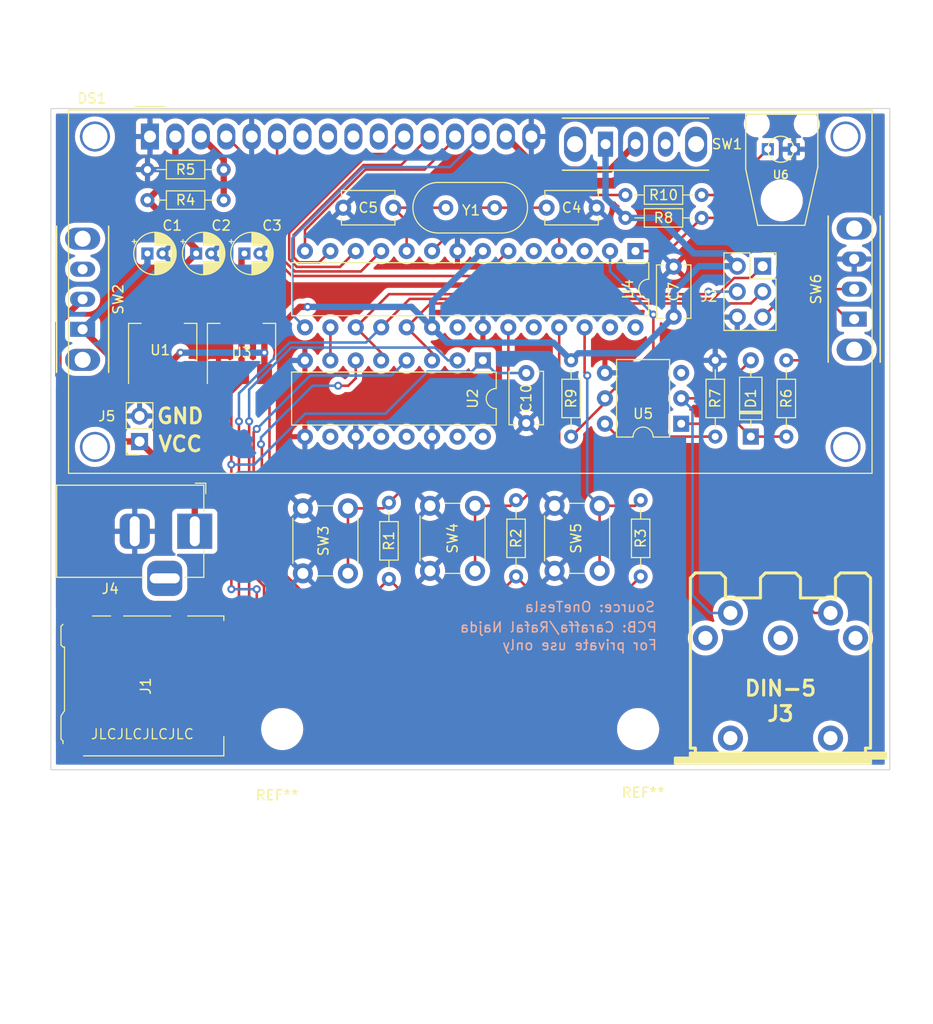
<source format=kicad_pcb>
(kicad_pcb (version 20211014) (generator pcbnew)
  (layers (0 "F.Cu" signal) (31 "B.Cu" signal) (34 "B.Paste" user) (35 "F.Paste" user) (36 "B.SilkS" user "B.Silkscreen") (37 "F.SilkS" user "F.Silkscreen") (38 "B.Mask" user) (39 "F.Mask" user) (44 "Edge.Cuts" user))
  (net 0 "")
  (net 1 "VCC")
  (net 2 "GND")
  (net 3 "Net-(C1-Pad1)")
  (net 4 "+5V")
  (net 5 "+3.3V")
  (net 6 "/X1")
  (net 7 "/X2")
  (net 8 "Net-(D1-Pad1)")
  (net 9 "Net-(D1-Pad2)")
  (net 10 "Net-(DS1-Pad3)")
  (net 11 "/RS")
  (net 12 "/E")
  (net 17 "/DB4")
  (net 18 "/DB5")
  (net 19 "/DB6")
  (net 20 "/DB7")
  (net 21 "/BL")
  (net 23 "Net-(J1-Pad2)")
  (net 24 "Net-(J1-Pad3)")
  (net 25 "Net-(J1-Pad5)")
  (net 26 "/DO")
  (net 29 "/CD")
  (net 30 "/CLK")
  (net 31 "/DI")
  (net 32 "/RESET")
  (net 34 "Net-(J3-Pad4)")
  (net 37 "/UP")
  (net 38 "/DN")
  (net 39 "/OK")
  (net 40 "Net-(R7-Pad1)")
  (net 41 "/RX")
  (net 43 "/CS")
  (net 55 "/OPT")
  (net 56 "Net-(R10-Pad1)")
  (net 57 "Net-(SW6-Pad2)")
  (footprint "Resistor_THT:R_Axial_DIN0204_L3.6mm_D1.6mm_P7.62mm_Horizontal" (layer "F.Cu") (at 95.0744 50.292 -90)
    (fp_text reference "R6")
    (fp_text value "220R")
  )
  (footprint "Package_DIP:DIP-16_W7.62mm" (layer "F.Cu") (at 64.755 50.302 -90)
    (fp_text reference "U2")
    (fp_text value "4050")
  )
  (footprint "w_conn_av:din-5" (layer "F.Cu") (at 94.488 81.026)
    (fp_text reference "J3")
    (fp_text value "DIN-5")
  )
  (footprint "Button_Switch_THT:SW_PUSH_6mm_H7.3mm" (layer "F.Cu") (at 46.772 71.576 90)
    (fp_text reference "SW3")
    (fp_text value "UP_SW")
  )
  (footprint "Resistor_THT:R_Axial_DIN0204_L3.6mm_D1.6mm_P7.62mm_Horizontal" (layer "F.Cu") (at 80.518 71.882 90)
    (fp_text reference "R3")
    (fp_text value "1k")
  )
  (footprint "IFE91A:OPTO-TRANSMITTER" (layer "F.Cu") (at 94.517625 29.21)
    (fp_text reference "U6")
    (fp_text value "IFE91A")
  )
  (footprint "MountingHole:MountingHole_3.2mm_M3_DIN965" (layer "F.Cu") (at 44.704 87.122)
    (fp_text reference "REF**")
    (fp_text value "MountingHole_3.2mm_M3_DIN965")
  )
  (footprint "Package_TO_SOT_SMD:SOT-223-3_TabPin2" (layer "F.Cu") (at 40.64 48.514 90)
    (fp_text reference "U3")
    (fp_text value "AMS1117-3.3")
  )
  (footprint "Connector_PinSocket_2.54mm:PinSocket_1x02_P2.54mm_Vertical" (layer "F.Cu") (at 30.455 58.4 180)
    (fp_text reference "J5")
    (fp_text value "VCC")
  )
  (footprint "Diode_THT:D_DO-35_SOD27_P7.62mm_Horizontal" (layer "F.Cu") (at 91.5236 57.912 90)
    (fp_text reference "D1")
    (fp_text value "1N4148")
  )
  (footprint "Resistor_THT:R_Axial_DIN0204_L3.6mm_D1.6mm_P7.62mm_Horizontal" (layer "F.Cu") (at 78.994 33.782)
    (fp_text reference "R10")
    (fp_text value "100R")
  )
  (footprint "Capacitor_THT:C_Disc_D5.1mm_W3.2mm_P5.00mm" (layer "F.Cu") (at 71.12 35.052)
    (fp_text reference "C4")
    (fp_text value "18pF")
  )
  (footprint "Capacitor_THT:C_Disc_D5.1mm_W3.2mm_P5.00mm" (layer "F.Cu") (at 69.088 51.562 -90)
    (fp_text reference "C10")
    (fp_text value "100nF")
  )
  (footprint "Resistor_THT:R_Axial_DIN0204_L3.6mm_D1.6mm_P7.62mm_Horizontal" (layer "F.Cu") (at 78.994 36.068)
    (fp_text reference "R8")
    (fp_text value "10k")
  )
  (footprint "Connector_BarrelJack:BarrelJack_Horizontal" (layer "F.Cu") (at 35.972 67.3685)
    (fp_text reference "J4")
    (fp_text value "Jack-DC")
  )
  (footprint "Resistor_THT:R_Axial_DIN0204_L3.6mm_D1.6mm_P7.62mm_Horizontal" (layer "F.Cu") (at 55.372 72.136 90)
    (fp_text reference "R1")
    (fp_text value "1k")
  )
  (footprint "Connector_PinSocket_2.54mm:PinSocket_2x03_P2.54mm_Vertical" (layer "F.Cu") (at 92.71 40.894)
    (fp_text reference "J2")
    (fp_text value "AVR-ISP-6")
  )
  (footprint "Switch:Switch 12x6mm" (layer "F.Cu") (at 80.01 28.702)
    (fp_text reference "SW1")
    (fp_text value "BL_SW")
  )
  (footprint "Crystal:Crystal_HC49-4H_Vertical" (layer "F.Cu") (at 61.05 35.052)
    (fp_text reference "Y1")
    (fp_text value "Crystal")
  )
  (footprint "Resistor_THT:R_Axial_DIN0204_L3.6mm_D1.6mm_P7.62mm_Horizontal" (layer "F.Cu") (at 68.072 71.882 90)
    (fp_text reference "R2")
    (fp_text value "1k")
  )
  (footprint "Package_DIP:DIP-28_W7.62mm" (layer "F.Cu") (at 80 39.38 -90)
    (fp_text reference "U4")
    (fp_text value "ATmega168-20P")
  )
  (footprint "Capacitor_THT:CP_Radial_D4.0mm_P1.50mm" (layer "F.Cu") (at 36.107401 39.624)
    (fp_text reference "C2")
    (fp_text value "47uF")
  )
  (footprint "Capacitor_THT:C_Disc_D5.1mm_W3.2mm_P5.00mm" (layer "F.Cu") (at 83.82 45.934 90)
    (fp_text reference "C7")
    (fp_text value "100nF")
  )
  (footprint "Resistor_THT:R_Axial_DIN0204_L3.6mm_D1.6mm_P7.62mm_Horizontal" (layer "F.Cu") (at 38.862 34.29 180)
    (fp_text reference "R4")
    (fp_text value "10k")
  )
  (footprint "MountingHole:MountingHole_3.2mm_M3_DIN965" (layer "F.Cu") (at 80.264 87.122)
    (fp_text reference "REF**")
    (fp_text value "MountingHole_3.2mm_M3_DIN965")
  )
  (footprint "Resistor_THT:R_Axial_DIN0204_L3.6mm_D1.6mm_P7.62mm_Horizontal" (layer "F.Cu") (at 87.9728 57.912 90)
    (fp_text reference "R7")
    (fp_text value "100k")
  )
  (footprint "Switch:Switch 12x6mm" (layer "F.Cu") (at 101.854 43.18 90)
    (fp_text reference "SW6")
    (fp_text value "BL_SW")
  )
  (footprint "Button_Switch_THT:SW_PUSH_6mm_H7.3mm" (layer "F.Cu") (at 59.472 71.322 90)
    (fp_text reference "SW4")
    (fp_text value "DN_SW")
  )
  (footprint "Connector_Card:microSD_HC_Hirose_DM3AT-SF-PEJM5" (layer "F.Cu") (at 30.988 82.804 -90)
    (fp_text reference "J1")
    (fp_text value "Micro_SD_Card_Det")
  )
  (footprint "Button_Switch_THT:SW_PUSH_6mm_H7.3mm" (layer "F.Cu") (at 71.918 71.322 90)
    (fp_text reference "SW5")
    (fp_text value "OK_SW")
  )
  (footprint "Resistor_THT:R_Axial_DIN0204_L3.6mm_D1.6mm_P7.62mm_Horizontal" (layer "F.Cu") (at 38.862 31.242 180)
    (fp_text reference "R5")
    (fp_text value "1k")
  )
  (footprint "Display:WC1602A" (layer "F.Cu") (at 31.496 27.94)
    (fp_text reference "DS1")
    (fp_text value "WC1602A")
  )
  (footprint "Resistor_THT:R_Axial_DIN0204_L3.6mm_D1.6mm_P7.62mm_Horizontal" (layer "F.Cu") (at 73.5712 57.912 90)
    (fp_text reference "R9")
    (fp_text value "3.3k")
  )
  (footprint "Capacitor_THT:C_Disc_D5.1mm_W3.2mm_P5.00mm" (layer "F.Cu") (at 55.8 35.052 180)
    (fp_text reference "C5")
    (fp_text value "18pF")
  )
  (footprint "Switch:Switch 12x6mm" (layer "F.Cu") (at 24.765 44.196 90)
    (fp_text reference "SW2")
    (fp_text value "MAIN_SW")
  )
  (footprint "Package_TO_SOT_SMD:SOT-223-3_TabPin2" (layer "F.Cu") (at 32.766 48.514 90)
    (fp_text reference "U1")
    (fp_text value "AZ1117-5.0")
  )
  (footprint "Capacitor_THT:CP_Radial_D4.0mm_P1.50mm" (layer "F.Cu") (at 40.933401 39.624)
    (fp_text reference "C3")
    (fp_text value "47uF")
  )
  (footprint "Capacitor_THT:CP_Radial_D4.0mm_P1.50mm" (layer "F.Cu") (at 31.242 39.624)
    (fp_text reference "C1")
    (fp_text value "47uF")
  )
  (footprint "Package_DIP:DIP-6_W7.62mm" (layer "F.Cu") (at 84.572 56.627 180)
    (fp_text reference "U5")
    (fp_text value "4N25")
  )
  (gr_rect (start 21.59 25.146) (end 105.41 91.186) (layer "Edge.Cuts") (width 0.1) (fill none))
  (gr_text "For private use only" (at 74.422 78.74) (layer "B.SilkS") (effects (font (size 1 1)) (justify mirror)))
  (gr_text "PCB: Caraffa/Rafal Najda" (at 72.302952 76.962) (layer "B.SilkS") (effects (font (size 1 1)) (justify mirror)))
  (gr_text "Source: OneTesla" (at 75.438 74.93) (layer "B.SilkS") (effects (font (size 1 1)) (justify mirror)))
  (gr_text "GND" (at 34.519 55.86) (layer "F.SilkS") (effects (font (size 1.5 1.5) (thickness 0.3))))
  (gr_text "VCC" (at 34.519 58.654) (layer "F.SilkS") (effects (font (size 1.5 1.5) (thickness 0.3))))
  (gr_text "JLCJLCJLCJLC" (at 30.734 87.63) (layer "F.SilkS") (effects (font (size 1 1) (thickness 0.125))))
  (segment (start 30.455 58.4) (end 28.97 58.4) (width 0.635) (layer "F.Cu") (net 1))
  (segment (start 28.97 58.4) (end 22.352 51.782) (width 0.635) (layer "F.Cu") (net 1))
  (segment (start 35.972 67.3685) (end 35.972 63.917) (width 0.635) (layer "F.Cu") (net 1))
  (segment (start 22.352 46.609) (end 24.765 44.196) (width 0.635) (layer "F.Cu") (net 1))
  (segment (start 22.352 51.782) (end 22.352 46.609) (width 0.635) (layer "F.Cu") (net 1))
  (segment (start 35.972 63.917) (end 30.455 58.4) (width 0.635) (layer "F.Cu") (net 1))
  (segment (start 35.066 52.149) (end 33.621 53.594) (width 0.635) (layer "F.Cu") (net 3))
  (segment (start 35.066 51.664) (end 35.066 52.149) (width 0.635) (layer "F.Cu") (net 3))
  (segment (start 29.718 53.594) (end 28.194 52.07) (width 0.635) (layer "F.Cu") (net 3))
  (segment (start 33.621 53.594) (end 29.718 53.594) (width 0.635) (layer "F.Cu") (net 3))
  (segment (start 28.194 50.625) (end 24.765 47.196) (width 0.635) (layer "F.Cu") (net 3))
  (segment (start 28.194 52.07) (end 28.194 50.625) (width 0.635) (layer "F.Cu") (net 3))
  (segment (start 24.765 47.196) (end 31.242 40.719) (width 0.635) (layer "B.Cu") (net 3))
  (segment (start 31.242 40.719) (end 31.242 39.624) (width 0.635) (layer "B.Cu") (net 3))
  (segment (start 66.548 73.406) (end 68.072 71.882) (width 0.254) (layer "F.Cu") (net 4))
  (segment (start 80.518 71.882) (end 78.994 73.406) (width 0.254) (layer "F.Cu") (net 4))
  (segment (start 56.642 73.406) (end 66.548 73.406) (width 0.254) (layer "F.Cu") (net 4))
  (segment (start 34.036 31.496) (end 34.036 27.94) (width 0.635) (layer "F.Cu") (net 4))
  (segment (start 54.102 73.406) (end 55.372 72.136) (width 0.254) (layer "F.Cu") (net 4))
  (segment (start 32.766 45.364) (end 32.766 42.965401) (width 0.635) (layer "F.Cu") (net 4))
  (segment (start 42.94 51.664) (end 43.434 52.158) (width 0.254) (layer "F.Cu") (net 4))
  (segment (start 32.766 51.308) (end 34.544 49.53) (width 0.635) (layer "F.Cu") (net 4))
  (segment (start 78.994 73.406) (end 69.596 73.406) (width 0.254) (layer "F.Cu") (net 4))
  (segment (start 32.766 45.364) (end 32.766 51.664) (width 0.635) (layer "F.Cu") (net 4))
  (segment (start 46.482 44.958) (end 42.926 48.514) (width 0.635) (layer "F.Cu") (net 4))
  (segment (start 43.434 70.114662) (end 46.725338 73.406) (width 0.254) (layer "F.Cu") (net 4))
  (segment (start 42.926 51.65) (end 42.94 51.664) (width 0.635) (layer "F.Cu") (net 4))
  (segment (start 36.107401 39.155401) (end 31.242 34.29) (width 0.635) (layer "F.Cu") (net 4))
  (segment (start 31.242 34.29) (end 34.036 31.496) (width 0.635) (layer "F.Cu") (net 4))
  (segment (start 42.926 49.53) (end 42.926 51.65) (width 0.635) (layer "F.Cu") (net 4))
  (segment (start 43.434 52.158) (end 43.434 70.114662) (width 0.254) (layer "F.Cu") (net 4))
  (segment (start 42.926 48.514) (end 42.926 49.53) (width 0.635) (layer "F.Cu") (net 4))
  (segment (start 32.766 42.965401) (end 36.107401 39.624) (width 0.635) (layer "F.Cu") (net 4))
  (segment (start 69.596 73.406) (end 68.072 71.882) (width 0.254) (layer "F.Cu") (net 4))
  (segment (start 55.372 72.136) (end 56.642 73.406) (width 0.254) (layer "F.Cu") (net 4))
  (segment (start 46.725338 73.406) (end 54.102 73.406) (width 0.254) (layer "F.Cu") (net 4))
  (segment (start 36.107401 39.624) (end 36.107401 39.155401) (width 0.635) (layer "F.Cu") (net 4))
  (segment (start 47.244 44.958) (end 46.482 44.958) (width 0.635) (layer "F.Cu") (net 4))
  (segment (start 32.766 51.664) (end 32.766 51.308) (width 0.635) (layer "F.Cu") (net 4))
  (via (at 34.544 49.53) (size 0.8) (drill 0.4) (layers "F.Cu" "B.Cu") (net 4))
  (via (at 47.244 44.958) (size 0.8) (drill 0.4) (layers "F.Cu" "B.Cu") (net 4))
  (via (at 42.926 49.53) (size 0.8) (drill 0.4) (layers "F.Cu" "B.Cu") (net 4))
  (segment (start 71.801163 48.521963) (end 73.5712 50.292) (width 0.635) (layer "B.Cu") (net 4))
  (segment (start 80.162 49.592) (end 83.82 45.934) (width 0.635) (layer "B.Cu") (net 4))
  (segment (start 59.68 47) (end 57.638 44.958) (width 0.635) (layer "B.Cu") (net 4))
  (segment (start 82.296 36.068) (end 78.994 36.068) (width 0.635) (layer "B.Cu") (net 4))
  (segment (start 57.638 44.958) (end 47.244 44.958) (width 0.635) (layer "B.Cu") (net 4))
  (segment (start 86.36 40.894) (end 90.17 40.894) (width 0.635) (layer "B.Cu") (net 4))
  (segment (start 83.82 43.434) (end 86.36 40.894) (width 0.635) (layer "B.Cu") (net 4))
  (segment (start 59.68 47) (end 59.68 44.46) (width 0.635) (layer "B.Cu") (net 4))
  (segment (start 59.68 47) (end 61.201963 48.521963) (width 0.635) (layer "B.Cu") (net 4))
  (segment (start 85.8445 39.6165) (end 82.296 36.068) (width 0.635) (layer "B.Cu") (net 4))
  (segment (start 78.994 36.062773) (end 77.01 34.078773) (width 0.635) (layer "B.Cu") (net 4))
  (segment (start 78.994 36.068) (end 78.994 36.062773) (width 0.635) (layer "B.Cu") (net 4))
  (segment (start 90.17 40.894) (end 88.8925 39.6165) (width 0.635) (layer "B.Cu") (net 4))
  (segment (start 77.01 34.078773) (end 77.01 28.702) (width 0.635) (layer "B.Cu") (net 4))
  (segment (start 61.201963 48.521963) (end 71.801163 48.521963) (width 0.635) (layer "B.Cu") (net 4))
  (segment (start 59.68 44.46) (end 64.76 39.38) (width 0.635) (layer "B.Cu") (net 4))
  (segment (start 83.82 45.934) (end 83.82 43.434) (width 0.635) (layer "B.Cu") (net 4))
  (segment (start 88.8925 39.6165) (end 85.8445 39.6165) (width 0.635) (layer "B.Cu") (net 4))
  (segment (start 73.5712 50.292) (end 74.2712 49.592) (width 0.635) (layer "B.Cu") (net 4))
  (segment (start 34.544 49.53) (end 42.926 49.53) (width 0.635) (layer "B.Cu") (net 4))
  (segment (start 74.2712 49.592) (end 80.162 49.592) (width 0.635) (layer "B.Cu") (net 4))
  (segment (start 42.164 79.682) (end 42.164 73.152) (width 0.254) (layer "F.Cu") (net 5))
  (segment (start 38.713 82.279) (end 39.567 82.279) (width 0.254) (layer "F.Cu") (net 5))
  (segment (start 40.64 39.917401) (end 40.933401 39.624) (width 0.635) (layer "F.Cu") (net 5))
  (segment (start 39.624 73.152) (end 39.624 60.706) (width 0.254) (layer "F.Cu") (net 5))
  (segment (start 40.64 52.578) (end 40.64 51.664) (width 0.254) (layer "F.Cu") (net 5))
  (segment (start 39.624 53.594) (end 40.64 52.578) (width 0.254) (layer "F.Cu") (net 5))
  (segment (start 39.567 82.279) (end 42.164 79.682) (width 0.254) (layer "F.Cu") (net 5))
  (segment (start 40.64 45.364) (end 40.64 39.917401) (width 0.635) (layer "F.Cu") (net 5))
  (segment (start 40.64 51.664) (end 40.64 45.364) (width 0.635) (layer "F.Cu") (net 5))
  (segment (start 39.624 60.706) (end 39.624 53.594) (width 0.254) (layer "F.Cu") (net 5))
  (via (at 39.624 60.706) (size 0.8) (drill 0.4) (layers "F.Cu" "B.Cu") (net 5))
  (via (at 39.624 73.152) (size 0.8) (drill 0.4) (layers "F.Cu" "B.Cu") (net 5))
  (via (at 42.164 73.152) (size 0.8) (drill 0.4) (layers "F.Cu" "B.Cu") (net 5))
  (segment (start 46.99 55.626) (end 55.011181 55.626) (width 0.254) (layer "B.Cu") (net 5))
  (segment (start 63.628 51.429) (end 64.755 50.302) (width 0.254) (layer "B.Cu") (net 5))
  (segment (start 66.015 51.562) (end 64.755 50.302) (width 0.254) (layer "B.Cu") (net 5))
  (segment (start 41.91 60.706) (end 46.99 55.626) (width 0.254) (layer "B.Cu") (net 5))
  (segment (start 59.208181 51.429) (end 63.628 51.429) (width 0.254) (layer "B.Cu") (net 5))
  (segment (start 69.088 51.562) (end 66.015 51.562) (width 0.254) (layer "B.Cu") (net 5))
  (segment (start 55.011181 55.626) (end 59.208181 51.429) (width 0.254) (layer "B.Cu") (net 5))
  (segment (start 39.624 60.706) (end 41.91 60.706) (width 0.254) (layer "B.Cu") (net 5))
  (segment (start 42.164 73.152) (end 39.624 73.152) (width 0.254) (layer "B.Cu") (net 5))
  (segment (start 59.68 39.38) (end 64.008 35.052) (width 0.254) (layer "F.Cu") (net 6))
  (segment (start 64.008 35.052) (end 65.93 35.052) (width 0.254) (layer "F.Cu") (net 6))
  (segment (start 65.93 35.052) (end 71.12 35.052) (width 0.254) (layer "F.Cu") (net 6))
  (segment (start 61.05 35.052) (end 55.8 35.052) (width 0.254) (layer "F.Cu") (net 7))
  (segment (start 57.14 36.392) (end 55.8 35.052) (width 0.254) (layer "F.Cu") (net 7))
  (segment (start 57.14 39.38) (end 57.14 36.392) (width 0.254) (layer "F.Cu") (net 7))
  (segment (start 90.2386 56.627) (end 84.572 56.627) (width 0.254) (layer "F.Cu") (net 8))
  (segment (start 91.5236 57.912) (end 90.2386 56.627) (width 0.254) (layer "F.Cu") (net 8))
  (segment (start 91.5236 57.912) (end 95.0744 57.912) (width 0.254) (layer "F.Cu") (net 8))
  (segment (start 91.5236 50.292) (end 87.7286 54.087) (width 0.254) (layer "F.Cu") (net 9))
  (segment (start 87.7286 54.087) (end 84.572 54.087) (width 0.254) (layer "F.Cu") (net 9))
  (segment (start 84.572 54.087) (end 85.699 55.214) (width 0.254) (layer "B.Cu") (net 9))
  (segment (start 85.699 55.214) (end 85.699 73.761) (width 0.254) (layer "B.Cu") (net 9))
  (segment (start 85.699 73.761) (end 87.464 75.526) (width 0.254) (layer "B.Cu") (net 9))
  (segment (start 87.464 75.526) (end 89.488 75.526) (width 0.254) (layer "B.Cu") (net 9))
  (segment (start 38.862 34.29) (end 38.862 31.242) (width 0.635) (layer "F.Cu") (net 10))
  (segment (start 38.862 31.242) (end 38.862 30.226) (width 0.635) (layer "F.Cu") (net 10))
  (segment (start 38.862 30.226) (end 36.576 27.94) (width 0.635) (layer "F.Cu") (net 10))
  (segment (start 43.688 32.512) (end 39.116 27.94) (width 0.254) (layer "F.Cu") (net 11))
  (segment (start 64.811 41.869) (end 45.679 41.869) (width 0.254) (layer "F.Cu") (net 11))
  (segment (start 43.688 39.878) (end 43.688 32.512) (width 0.254) (layer "F.Cu") (net 11))
  (segment (start 67.3 39.38) (end 64.811 41.869) (width 0.254) (layer "F.Cu") (net 11))
  (segment (start 45.679 41.869) (end 43.688 39.878) (width 0.254) (layer "F.Cu") (net 11))
  (segment (start 54.6 39.38) (end 52.565 41.415) (width 0.254) (layer "F.Cu") (net 12))
  (segment (start 44.945 40.387104) (end 44.945 40.373) (width 0.254) (layer "F.Cu") (net 12))
  (segment (start 44.945 40.373) (end 44.196 39.624) (width 0.254) (layer "F.Cu") (net 12))
  (segment (start 44.196 39.624) (end 44.196 27.94) (width 0.254) (layer "F.Cu") (net 12))
  (segment (start 52.565 41.415) (end 45.972896 41.415) (width 0.254) (layer "F.Cu") (net 12))
  (segment (start 45.972896 41.415) (end 44.945 40.387104) (width 0.254) (layer "F.Cu") (net 12))
  (segment (start 45.399 40.199052) (end 45.399 37.575076) (width 0.254) (layer "F.Cu") (net 17))
  (segment (start 46.160948 40.961) (end 45.399 40.199052) (width 0.254) (layer "F.Cu") (net 17))
  (segment (start 52.06 39.38) (end 50.479 40.961) (width 0.254) (layer "F.Cu") (net 17))
  (segment (start 55.14699 29.68901) (end 56.896 27.94) (width 0.254) (layer "F.Cu") (net 17))
  (segment (start 50.479 40.961) (end 46.160948 40.961) (width 0.254) (layer "F.Cu") (net 17))
  (segment (start 45.399 37.575076) (end 53.285066 29.68901) (width 0.254) (layer "F.Cu") (net 17))
  (segment (start 53.285066 29.68901) (end 55.14699 29.68901) (width 0.254) (layer "F.Cu") (net 17))
  (segment (start 52.828129 30.788) (end 56.588 30.788) (width 0.254) (layer "F.Cu") (net 18))
  (segment (start 45.853 40.011) (end 45.853 37.763129) (width 0.254) (layer "F.Cu") (net 18))
  (segment (start 48.393 40.507) (end 46.349 40.507) (width 0.254) (layer "F.Cu") (net 18))
  (segment (start 49.52 39.38) (end 48.393 40.507) (width 0.254) (layer "F.Cu") (net 18))
  (segment (start 46.349 40.507) (end 45.853 40.011) (width 0.254) (layer "F.Cu") (net 18))
  (segment (start 56.588 30.788) (end 59.436 27.94) (width 0.254) (layer "F.Cu") (net 18))
  (segment (start 45.853 37.763129) (end 52.828129 30.788) (width 0.254) (layer "F.Cu") (net 18))
  (segment (start 46.98 37.278181) (end 53.016181 31.242) (width 0.254) (layer "F.Cu") (net 19))
  (segment (start 46.98 39.38) (end 46.98 37.278181) (width 0.254) (layer "F.Cu") (net 19))
  (segment (start 53.016181 31.242) (end 58.928 31.242) (width 0.254) (layer "F.Cu") (net 19))
  (segment (start 61.976 28.194) (end 61.976 27.94) (width 0.254) (layer "F.Cu") (net 19))
  (segment (start 58.928 31.242) (end 61.976 28.194) (width 0.254) (layer "F.Cu") (net 19))
  (segment (start 52.832 30.988) (end 61.468 30.988) (width 0.254) (layer "B.Cu") (net 20))
  (segment (start 45.72 45.74) (end 45.72 38.1) (width 0.254) (layer "B.Cu") (net 20))
  (segment (start 61.468 30.988) (end 64.516 27.94) (width 0.254) (layer "B.Cu") (net 20))
  (segment (start 46.98 47) (end 45.72 45.74) (width 0.254) (layer "B.Cu") (net 20))
  (segment (start 45.72 38.1) (end 52.832 30.988) (width 0.254) (layer "B.Cu") (net 20))
  (segment (start 67.056 27.94) (end 70.358 31.242) (width 0.635) (layer "F.Cu") (net 21))
  (segment (start 70.358 31.242) (end 77.47 31.242) (width 0.635) (layer "F.Cu") (net 21))
  (segment (start 77.47 31.242) (end 80.01 28.702) (width 0.635) (layer "F.Cu") (net 21))
  (segment (start 39.567 84.479) (end 42.94 81.106) (width 0.254) (layer "F.Cu") (net 23))
  (segment (start 42.672 58.7635) (end 42.5825 58.674) (width 0.254) (layer "F.Cu") (net 23))
  (segment (start 38.713 84.479) (end 39.567 84.479) (width 0.254) (layer "F.Cu") (net 23))
  (segment (start 42.94 81.106) (end 43.345 80.701) (width 0.254) (layer "F.Cu") (net 23))
  (segment (start 42.672 71.374) (end 42.672 58.7635) (width 0.254) (layer "F.Cu") (net 23))
  (segment (start 50.292 52.832) (end 51.308 52.832) (width 0.254) (layer "F.Cu") (net 23))
  (segment (start 52.055 52.085) (end 52.055 50.302) (width 0.254) (layer "F.Cu") (net 23))
  (segment (start 51.308 52.832) (end 52.055 52.085) (width 0.254) (layer "F.Cu") (net 23))
  (segment (start 43.345 79.502) (end 43.345 72.047) (width 0.254) (layer "F.Cu") (net 23))
  (segment (start 43.345 72.047) (end 42.672 71.374) (width 0.254) (layer "F.Cu") (net 23))
  (segment (start 43.345 80.701) (end 43.345 79.502) (width 0.254) (layer "F.Cu") (net 23))
  (via (at 42.5825 58.674) (size 0.8) (drill 0.4) (layers "F.Cu" "B.Cu") (net 23))
  (via (at 50.292 52.832) (size 0.8) (drill 0.4) (layers "F.Cu" "B.Cu") (net 23))
  (segment (start 42.5825 58.0015) (end 42.5825 58.674) (width 0.254) (layer "B.Cu") (net 23))
  (segment (start 47.752 52.832) (end 42.5825 58.0015) (width 0.254) (layer "B.Cu") (net 23))
  (segment (start 47.752 52.832) (end 50.292 52.832) (width 0.254) (layer "B.Cu") (net 23))
  (segment (start 42.672 80.264) (end 42.891 80.045) (width 0.254) (layer "F.Cu") (net 24))
  (segment (start 38.713 83.379) (end 39.567 83.379) (width 0.254) (layer "F.Cu") (net 24))
  (segment (start 41.856 57.458) (end 42.164 57.15) (width 0.254) (layer "F.Cu") (net 24))
  (segment (start 42.2135 80.7225) (end 42.672 80.264) (width 0.254) (layer "F.Cu") (net 24))
  (segment (start 39.567 83.379) (end 42.2135 80.7325) (width 0.254) (layer "F.Cu") (net 24))
  (segment (start 41.856 71.815866) (end 41.856 66.802) (width 0.254) (layer "F.Cu") (net 24))
  (segment (start 41.856 66.802) (end 41.856 57.458) (width 0.254) (layer "F.Cu") (net 24))
  (segment (start 42.2135 80.7325) (end 42.2135 80.7225) (width 0.254) (layer "F.Cu") (net 24))
  (segment (start 42.805067 72.764933) (end 41.856 71.815866) (width 0.254) (layer "F.Cu") (net 24))
  (segment (start 42.891 72.850866) (end 42.805067 72.764933) (width 0.254) (layer "F.Cu") (net 24))
  (segment (start 42.891 80.045) (end 42.891 72.850866) (width 0.254) (layer "F.Cu") (net 24))
  (via (at 42.164 57.15) (size 0.8) (drill 0.4) (layers "F.Cu" "B.Cu") (net 24))
  (segment (start 55.621 51.816) (end 57.135 50.302) (width 0.254) (layer "B.Cu") (net 24))
  (segment (start 42.164 57.15) (end 47.498 51.816) (width 0.254) (layer "B.Cu") (net 24))
  (segment (start 47.498 51.816) (end 55.621 51.816) (width 0.254) (layer "B.Cu") (net 24))
  (segment (start 39.567 81.179) (end 41.402 79.344) (width 0.254) (layer "F.Cu") (net 25))
  (segment (start 41.402 79.344) (end 41.402 56.388) (width 0.254) (layer "F.Cu") (net 25))
  (segment (start 38.713 81.179) (end 39.567 81.179) (width 0.254) (layer "F.Cu") (net 25))
  (via (at 41.402 56.388) (size 0.8) (drill 0.4) (layers "F.Cu" "B.Cu") (net 25))
  (segment (start 41.402 56.388) (end 41.402 53.220052) (width 0.254) (layer "B.Cu") (net 25))
  (segment (start 45.600052 49.022) (end 59.988819 49.022) (width 0.254) (layer "B.Cu") (net 25))
  (segment (start 61.268819 50.302) (end 62.215 50.302) (width 0.254) (layer "B.Cu") (net 25))
  (segment (start 59.988819 49.022) (end 61.268819 50.302) (width 0.254) (layer "B.Cu") (net 25))
  (segment (start 41.402 53.220052) (end 45.600052 49.022) (width 0.254) (layer "B.Cu") (net 25))
  (segment (start 57.443 44.157) (end 87.78247 44.157) (width 0.254) (layer "F.Cu") (net 26))
  (segment (start 87.78247 44.157) (end 89.86847 42.071) (width 0.254) (layer "F.Cu") (net 26))
  (segment (start 38.713 78.979) (end 39.567 78.979) (width 0.254) (layer "F.Cu") (net 26))
  (segment (start 91.533 42.071) (end 92.71 40.894) (width 0.254) (layer "F.Cu") (net 26))
  (segment (start 54.6 47) (end 57.443 44.157) (width 0.254) (layer "F.Cu") (net 26))
  (segment (start 89.86847 42.071) (end 91.533 42.071) (width 0.254) (layer "F.Cu") (net 26))
  (segment (start 39.567 78.979) (end 40.386 78.16) (width 0.254) (layer "F.Cu") (net 26))
  (segment (start 40.386 78.16) (end 40.386 56.388) (width 0.254) (layer "F.Cu") (net 26))
  (via (at 40.386 56.388) (size 0.8) (drill 0.4) (layers "F.Cu" "B.Cu") (net 26))
  (segment (start 40.386 53.594) (end 45.466 48.514) (width 0.254) (layer "B.Cu") (net 26))
  (segment (start 53.086 48.514) (end 54.6 47) (width 0.254) (layer "B.Cu") (net 26))
  (segment (start 45.466 48.514) (end 53.086 48.514) (width 0.254) (layer "B.Cu") (net 26))
  (segment (start 40.386 56.388) (end 40.386 53.594) (width 0.254) (layer "B.Cu") (net 26))
  (segment (start 57.14 47) (end 59.529 44.611) (width 0.254) (layer "F.Cu") (net 30))
  (segment (start 91.533 44.611) (end 92.71 43.434) (width 0.254) (layer "F.Cu") (net 30))
  (segment (start 59.675 49.535) (end 59.675 50.302) (width 0.254) (layer "F.Cu") (net 30))
  (segment (start 59.529 44.611) (end 91.533 44.611) (width 0.254) (layer "F.Cu") (net 30))
  (segment (start 57.14 47) (end 59.675 49.535) (width 0.254) (layer "F.Cu") (net 30))
  (segment (start 87.042521 43.688) (end 87.300021 43.4305) (width 0.254) (layer "F.Cu") (net 31))
  (segment (start 52.06 47) (end 54.595 49.535) (width 0.254) (layer "F.Cu") (net 31))
  (segment (start 52.06 47) (end 55.372 43.688) (width 0.254) (layer "F.Cu") (net 31))
  (segment (start 55.372 43.688) (end 85.344 43.688) (width 0.254) (layer "F.Cu") (net 31))
  (segment (start 85.344 43.688) (end 87.042521 43.688) (width 0.254) (layer "F.Cu") (net 31))
  (segment (start 54.595 49.535) (end 54.595 50.302) (width 0.254) (layer "F.Cu") (net 31))
  (via (at 87.300021 43.4305) (size 0.8) (drill 0.4) (layers "F.Cu" "B.Cu") (net 31))
  (segment (start 87.300021 43.4305) (end 87.303521 43.434) (width 0.254) (layer "B.Cu") (net 31))
  (segment (start 87.303521 43.434) (end 90.17 43.434) (width 0.254) (layer "B.Cu") (net 31))
  (segment (start 94.488 40.134899) (end 94.488 44.196) (width 0.254) (layer "F.Cu") (net 32))
  (segment (start 86.614 36.068) (end 90.421101 36.068) (width 0.254) (layer "F.Cu") (net 32))
  (segment (start 83.302 39.38) (end 86.614 36.068) (width 0.254) (layer "F.Cu") (net 32))
  (segment (start 80 39.38) (end 83.302 39.38) (width 0.254) (layer "F.Cu") (net 32))
  (segment (start 90.421101 36.068) (end 94.488 40.134899) (width 0.254) (layer "F.Cu") (net 32))
  (segment (start 94.488 44.196) (end 92.71 45.974) (width 0.254) (layer "F.Cu") (net 32))
  (segment (start 96.52 50.292) (end 97.282 51.054) (width 0.254) (layer "F.Cu") (net 34))
  (segment (start 97.878 75.526) (end 99.488 75.526) (width 0.254) (layer "F.Cu") (net 34))
  (segment (start 97.282 74.93) (end 97.878 75.526) (width 0.254) (layer "F.Cu") (net 34))
  (segment (start 95.0744 50.292) (end 96.52 50.292) (width 0.254) (layer "F.Cu") (net 34))
  (segment (start 97.282 51.054) (end 97.282 74.93) (width 0.254) (layer "F.Cu") (net 34))
  (segment (start 65.552001 59.379257) (end 67.3 57.631258) (width 0.254) (layer "F.Cu") (net 37))
  (segment (start 67.3 57.631258) (end 67.3 47) (width 0.254) (layer "F.Cu") (net 37))
  (segment (start 60.508743 59.379257) (end 65.552001 59.379257) (width 0.254) (layer "F.Cu") (net 37))
  (segment (start 54.812 65.076) (end 55.372 64.516) (width 0.254) (layer "F.Cu") (net 37))
  (segment (start 55.372 64.516) (end 60.508743 59.379257) (width 0.254) (layer "F.Cu") (net 37))
  (segment (start 51.272 65.076) (end 54.812 65.076) (width 0.254) (layer "F.Cu") (net 37))
  (segment (start 51.272 71.576) (end 51.272 65.076) (width 0.254) (layer "F.Cu") (net 37))
  (segment (start 63.972 64.822) (end 67.512 64.822) (width 0.254) (layer "F.Cu") (net 38))
  (segment (start 68.673598 64.262) (end 72.38 60.555598) (width 0.254) (layer "F.Cu") (net 38))
  (segment (start 72.38 60.555598) (end 72.38 47) (width 0.254) (layer "F.Cu") (net 38))
  (segment (start 63.972 71.322) (end 63.972 64.822) (width 0.254) (layer "F.Cu") (net 38))
  (segment (start 68.072 64.262) (end 68.673598 64.262) (width 0.254) (layer "F.Cu") (net 38))
  (segment (start 67.512 64.822) (end 68.072 64.262) (width 0.254) (layer "F.Cu") (net 38))
  (segment (start 79.958 64.822) (end 80.518 64.262) (width 0.254) (layer "F.Cu") (net 39))
  (segment (start 76.418 71.322) (end 76.418 64.822) (width 0.254) (layer "F.Cu") (net 39))
  (segment (start 76.418 64.822) (end 79.958 64.822) (width 0.254) (layer "F.Cu") (net 39))
  (segment (start 75.184 51.816) (end 74.92 51.552) (width 0.254) (layer "F.Cu") (net 39))
  (segment (start 74.92 51.552) (end 74.92 47) (width 0.254) (layer "F.Cu") (net 39))
  (via (at 75.184 51.816) (size 0.8) (drill 0.4) (layers "F.Cu" "B.Cu") (net 39))
  (segment (start 76.418 64.822) (end 75.184 63.588) (width 0.254) (layer "B.Cu") (net 39))
  (segment (start 75.184 63.588) (end 75.184 51.816) (width 0.254) (layer "B.Cu") (net 39))
  (segment (start 78.237 57.912) (end 87.9728 57.912) (width 0.254) (layer "F.Cu") (net 40))
  (segment (start 76.952 56.627) (end 78.237 57.912) (width 0.254) (layer "F.Cu") (net 40))
  (segment (start 73.5712 57.912) (end 76.952 54.5312) (width 0.254) (layer "F.Cu") (net 41))
  (segment (start 76.952 54.5312) (end 76.952 54.087) (width 0.254) (layer "F.Cu") (net 41))
  (segment (start 81.788 49.251) (end 81.788 45.72) (width 0.254) (layer "F.Cu") (net 41))
  (segment (start 76.952 54.087) (end 81.788 49.251) (width 0.254) (layer "F.Cu") (net 41))
  (via (at 81.788 45.72) (size 0.8) (drill 0.4) (layers "F.Cu" "B.Cu") (net 41))
  (segment (start 77.46 41.392) (end 77.46 39.38) (width 0.254) (layer "B.Cu") (net 41))
  (segment (start 81.788 45.72) (end 77.46 41.392) (width 0.254) (layer "B.Cu") (net 41))
  (segment (start 49.52 47) (end 49.52 50.297) (width 0.254) (layer "F.Cu") (net 43))
  (segment (start 49.52 50.297) (end 49.515 50.302) (width 0.254) (layer "F.Cu") (net 43))
  (segment (start 101.175153 46.18) (end 101.854 46.18) (width 0.254) (layer "F.Cu") (net 55))
  (segment (start 86.614 33.782) (end 88.777153 33.782) (width 0.254) (layer "F.Cu") (net 55))
  (segment (start 88.777153 33.782) (end 101.175153 46.18) (width 0.254) (layer "F.Cu") (net 55))
  (segment (start 72.38 36.537742) (end 75.135742 33.782) (width 0.254) (layer "F.Cu") (net 56))
  (segment (start 72.38 39.38) (end 72.38 36.537742) (width 0.254) (layer "F.Cu") (net 56))
  (segment (start 75.135742 33.782) (end 78.994 33.782) (width 0.254) (layer "F.Cu") (net 56))
  (segment (start 101.854 43.18) (end 98.817205 43.18) (width 0.254) (layer "F.Cu") (net 57))
  (segment (start 91.694 36.056795) (end 91.694 30.733625) (width 0.254) (layer "F.Cu") (net 57))
  (segment (start 91.694 30.733625) (end 93.217625 29.21) (width 0.254) (layer "F.Cu") (net 57))
  (segment (start 98.817205 43.18) (end 91.694 36.056795) (width 0.254) (layer "F.Cu") (net 57))
  (zone (net 2) (net_name "GND") (layers F&B.Cu) (connect_pads (clearance 0.508)) (min_thickness 0.254) (fill yes (thermal_gap 0.508) (thermal_bridge_width 0.508))
    (polygon (pts (xy 109.728 20.066) (xy 108.204 116.586) (xy 16.51 115.316) (xy 17.526 19.812)))
  )
)
</source>
